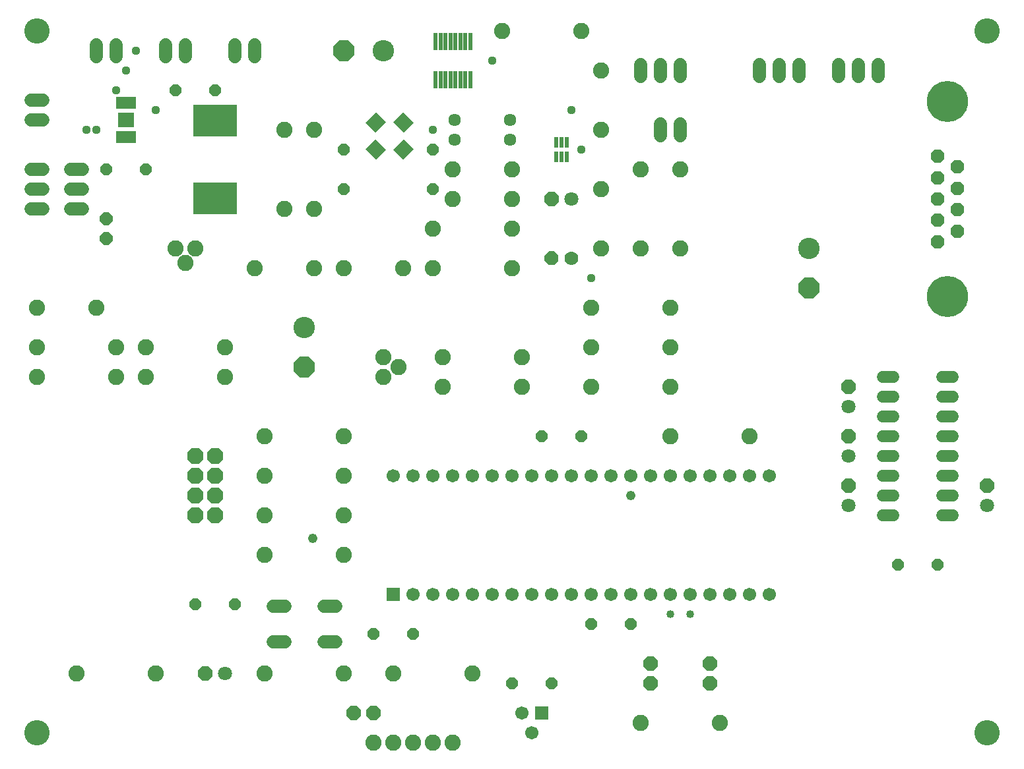
<source format=gts>
G75*
G70*
%OFA0B0*%
%FSLAX24Y24*%
%IPPOS*%
%LPD*%
%AMOC8*
5,1,8,0,0,1.08239X$1,22.5*
%
%ADD10C,0.1280*%
%ADD11OC8,0.0600*%
%ADD12C,0.0680*%
%ADD13C,0.0400*%
%ADD14C,0.0820*%
%ADD15OC8,0.0740*%
%ADD16R,0.0670X0.0670*%
%ADD17C,0.0670*%
%ADD18C,0.0600*%
%ADD19OC8,0.0680*%
%ADD20C,0.2080*%
%ADD21R,0.0220X0.0860*%
%ADD22C,0.1080*%
%ADD23OC8,0.1080*%
%ADD24OC8,0.0710*%
%ADD25C,0.0710*%
%ADD26OC8,0.0640*%
%ADD27C,0.0634*%
%ADD28R,0.0749X0.0710*%
%ADD29OC8,0.0820*%
%ADD30OC8,0.0700*%
%ADD31C,0.0700*%
%ADD32R,0.0220X0.0540*%
%ADD33R,0.0190X0.0630*%
%ADD34R,0.0820X0.0740*%
%ADD35R,0.2245X0.1596*%
%ADD36C,0.0440*%
%ADD37C,0.0480*%
D10*
X002140Y002140D03*
X002140Y037640D03*
X050140Y037640D03*
X050140Y002140D03*
D11*
X047640Y010640D03*
X045640Y010640D03*
X032140Y007640D03*
X030140Y007640D03*
X028140Y004640D03*
X026140Y004640D03*
X021140Y007140D03*
X019140Y007140D03*
X012140Y008640D03*
X010140Y008640D03*
X027640Y017140D03*
X029640Y017140D03*
X022140Y029640D03*
X022140Y031640D03*
X017640Y031640D03*
X017640Y029640D03*
X011140Y034640D03*
X009140Y034640D03*
X007640Y030640D03*
X005640Y030640D03*
D12*
X004440Y030640D02*
X003840Y030640D01*
X003840Y029640D02*
X004440Y029640D01*
X004440Y028640D02*
X003840Y028640D01*
X002440Y028640D02*
X001840Y028640D01*
X001840Y029640D02*
X002440Y029640D01*
X002440Y030640D02*
X001840Y030640D01*
X001840Y033140D02*
X002440Y033140D01*
X002440Y034140D02*
X001840Y034140D01*
X005140Y036340D02*
X005140Y036940D01*
X006140Y036940D02*
X006140Y036340D01*
X008640Y036340D02*
X008640Y036940D01*
X009640Y036940D02*
X009640Y036340D01*
X012140Y036340D02*
X012140Y036940D01*
X013140Y036940D02*
X013140Y036340D01*
X032640Y035940D02*
X032640Y035340D01*
X033640Y035340D02*
X033640Y035940D01*
X034640Y035940D02*
X034640Y035340D01*
X034640Y032940D02*
X034640Y032340D01*
X033640Y032340D02*
X033640Y032940D01*
X038640Y035340D02*
X038640Y035940D01*
X039640Y035940D02*
X039640Y035340D01*
X040640Y035340D02*
X040640Y035940D01*
X042640Y035940D02*
X042640Y035340D01*
X043640Y035340D02*
X043640Y035940D01*
X044640Y035940D02*
X044640Y035340D01*
X017220Y008530D02*
X016620Y008530D01*
X016620Y006750D02*
X017220Y006750D01*
X014660Y006750D02*
X014060Y006750D01*
X014060Y008530D02*
X014660Y008530D01*
D13*
X034140Y008140D03*
X035140Y008140D03*
D14*
X036640Y002640D03*
X032640Y002640D03*
X024140Y005140D03*
X020140Y005140D03*
X017640Y005140D03*
X013640Y005140D03*
X008140Y005140D03*
X004140Y005140D03*
X013640Y011140D03*
X013640Y013140D03*
X013640Y015140D03*
X013640Y017140D03*
X011640Y020140D03*
X011640Y021640D03*
X007640Y021640D03*
X006140Y021640D03*
X006140Y020140D03*
X007640Y020140D03*
X005140Y023640D03*
X002140Y023640D03*
X002140Y021640D03*
X002140Y020140D03*
X009640Y025890D03*
X009140Y026640D03*
X010140Y026640D03*
X013140Y025640D03*
X016140Y025640D03*
X017640Y025640D03*
X020640Y025640D03*
X022140Y025640D03*
X022140Y027640D03*
X023140Y029140D03*
X023140Y030640D03*
X026140Y030640D03*
X026140Y029140D03*
X026140Y027640D03*
X026140Y025640D03*
X030140Y023640D03*
X030140Y021640D03*
X030140Y019640D03*
X026640Y019640D03*
X026640Y021140D03*
X022640Y021140D03*
X022640Y019640D03*
X020390Y020640D03*
X019640Y020140D03*
X019640Y021140D03*
X017640Y017140D03*
X017640Y015140D03*
X017640Y013140D03*
X017640Y011140D03*
X019140Y001640D03*
X020140Y001640D03*
X021140Y001640D03*
X022140Y001640D03*
X023140Y001640D03*
X034140Y017140D03*
X034140Y019640D03*
X034140Y021640D03*
X034140Y023640D03*
X034640Y026640D03*
X032640Y026640D03*
X030640Y026640D03*
X030640Y029640D03*
X032640Y030640D03*
X034640Y030640D03*
X030640Y032640D03*
X030640Y035640D03*
X029640Y037640D03*
X025640Y037640D03*
X016140Y032640D03*
X014640Y032640D03*
X014640Y028640D03*
X016140Y028640D03*
X038140Y017140D03*
D15*
X036140Y005640D03*
X036140Y004640D03*
X033140Y004640D03*
X033140Y005640D03*
X019140Y003140D03*
X018140Y003140D03*
D16*
X020140Y009140D03*
X027640Y003140D03*
D17*
X026640Y003140D03*
X027140Y002140D03*
X027140Y009140D03*
X028140Y009140D03*
X029140Y009140D03*
X030140Y009140D03*
X031140Y009140D03*
X032140Y009140D03*
X033140Y009140D03*
X034140Y009140D03*
X035140Y009140D03*
X036140Y009140D03*
X037140Y009140D03*
X038140Y009140D03*
X039140Y009140D03*
X039140Y015140D03*
X038140Y015140D03*
X037140Y015140D03*
X036140Y015140D03*
X035140Y015140D03*
X034140Y015140D03*
X033140Y015140D03*
X032140Y015140D03*
X031140Y015140D03*
X030140Y015140D03*
X029140Y015140D03*
X028140Y015140D03*
X027140Y015140D03*
X026140Y015140D03*
X025140Y015140D03*
X024140Y015140D03*
X023140Y015140D03*
X022140Y015140D03*
X021140Y015140D03*
X020140Y015140D03*
X021140Y009140D03*
X022140Y009140D03*
X023140Y009140D03*
X024140Y009140D03*
X025140Y009140D03*
X026140Y009140D03*
D18*
X044880Y013140D02*
X045400Y013140D01*
X045400Y014140D02*
X044880Y014140D01*
X044880Y015140D02*
X045400Y015140D01*
X045400Y016140D02*
X044880Y016140D01*
X044880Y017140D02*
X045400Y017140D01*
X045400Y018140D02*
X044880Y018140D01*
X044880Y019140D02*
X045400Y019140D01*
X045400Y020140D02*
X044880Y020140D01*
X047880Y020140D02*
X048400Y020140D01*
X048400Y019140D02*
X047880Y019140D01*
X047880Y018140D02*
X048400Y018140D01*
X048400Y017140D02*
X047880Y017140D01*
X047880Y016140D02*
X048400Y016140D01*
X048400Y015140D02*
X047880Y015140D01*
X047880Y014140D02*
X048400Y014140D01*
X048400Y013140D02*
X047880Y013140D01*
D19*
X047640Y026980D03*
X048640Y027520D03*
X047640Y028060D03*
X048640Y028600D03*
X047640Y029140D03*
X048640Y029680D03*
X047640Y030220D03*
X048640Y030760D03*
X047640Y031300D03*
D20*
X048140Y034070D03*
X048140Y024210D03*
D21*
X024020Y035170D03*
X023760Y035170D03*
X023520Y035170D03*
X023260Y035170D03*
X023020Y035170D03*
X022760Y035170D03*
X022520Y035170D03*
X022260Y035170D03*
X022260Y037110D03*
X022520Y037110D03*
X022760Y037110D03*
X023020Y037110D03*
X023260Y037110D03*
X023520Y037110D03*
X023760Y037110D03*
X024020Y037110D03*
D22*
X019640Y036640D03*
X015640Y022640D03*
X041140Y026640D03*
D23*
X041140Y024640D03*
X017640Y036640D03*
X015640Y020640D03*
D24*
X028140Y029140D03*
X043140Y019640D03*
X043140Y017140D03*
X043140Y014640D03*
X050140Y014640D03*
X010640Y005140D03*
D25*
X011640Y005140D03*
X029140Y029140D03*
X043140Y018640D03*
X043140Y016140D03*
X043140Y013640D03*
X050140Y013640D03*
D26*
X005640Y027140D03*
X005640Y028140D03*
D27*
X023240Y032140D03*
X023240Y033140D03*
X026040Y033140D03*
X026040Y032140D03*
D28*
G36*
X020125Y031627D02*
X020653Y032155D01*
X021155Y031653D01*
X020627Y031125D01*
X020125Y031627D01*
G37*
G36*
X019275Y031125D02*
X018747Y031653D01*
X019249Y032155D01*
X019777Y031627D01*
X019275Y031125D01*
G37*
G36*
X018747Y033005D02*
X019275Y033533D01*
X019777Y033031D01*
X019249Y032503D01*
X018747Y033005D01*
G37*
G36*
X020653Y032503D02*
X020125Y033031D01*
X020627Y033533D01*
X021155Y033005D01*
X020653Y032503D01*
G37*
D29*
X011140Y016140D03*
X011140Y015140D03*
X011140Y014140D03*
X011140Y013140D03*
X010140Y013140D03*
X010140Y014140D03*
X010140Y015140D03*
X010140Y016140D03*
D30*
X028140Y026140D03*
D31*
X029140Y026140D03*
D32*
X028900Y031270D03*
X028640Y031270D03*
X028380Y031270D03*
X028380Y032010D03*
X028640Y032010D03*
X028900Y032010D03*
D33*
X007030Y032280D03*
X006840Y032280D03*
X006640Y032280D03*
X006440Y032280D03*
X006250Y032280D03*
X006250Y034000D03*
X006440Y034000D03*
X006640Y034000D03*
X006840Y034000D03*
X007030Y034000D03*
D34*
X006640Y033140D03*
D35*
X011140Y033099D03*
X011140Y029181D03*
D36*
X008140Y033640D03*
X006140Y034640D03*
X006640Y035640D03*
X007140Y036640D03*
X005140Y032640D03*
X004640Y032640D03*
X022140Y032640D03*
X025140Y036140D03*
X029140Y033640D03*
X029640Y031640D03*
X030140Y025140D03*
D37*
X032140Y014140D03*
X016060Y011980D03*
M02*

</source>
